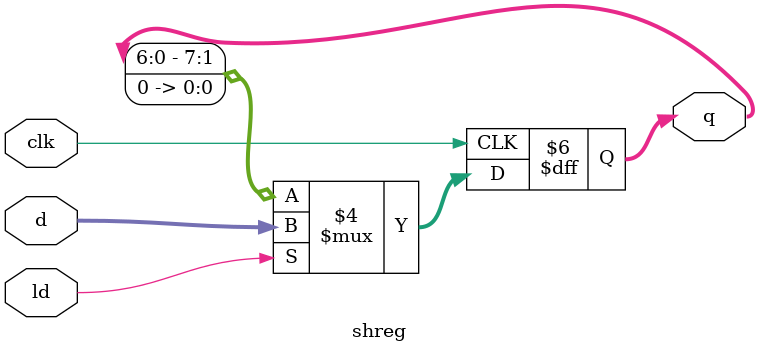
<source format=v>
`timescale 1ns/1ns

module shreg(clk, ld, d, q);
	input        clk, ld;
	input  [7:0] d;
	output [7:0] q;
	reg    [7:0] q;
	
	always@(posedge clk) begin
		if(ld == 1'b1) begin
			q <= d;
		end else begin
			q <= {q[6:0], 1'b0};
		end
	end

endmodule

</source>
